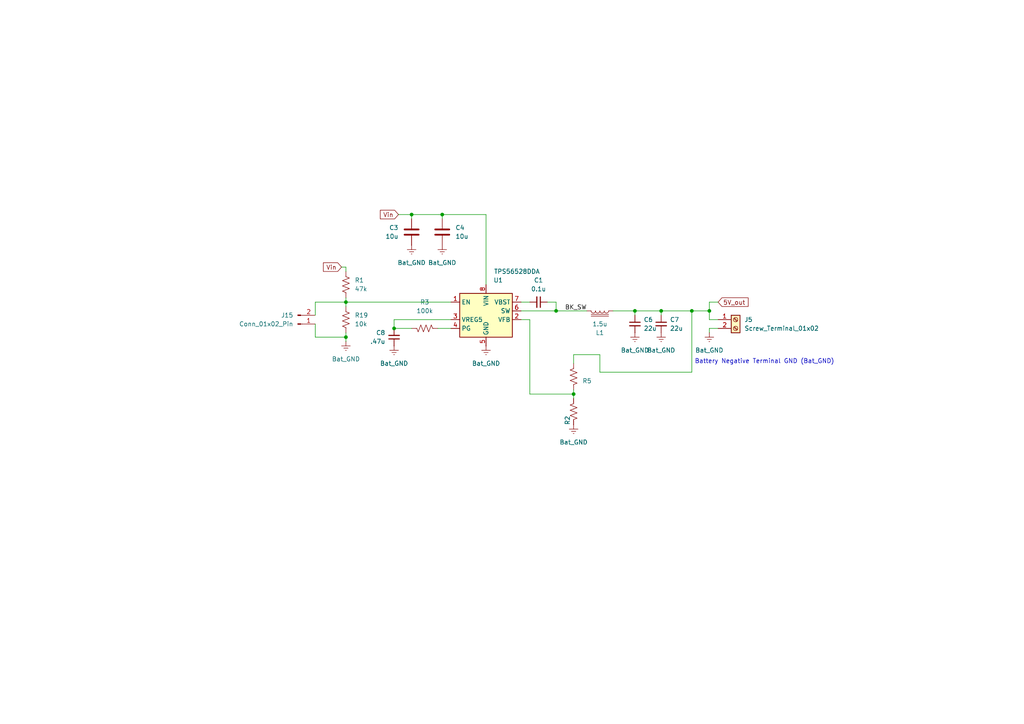
<source format=kicad_sch>
(kicad_sch (version 20250114) (generator "eeschema") (generator_version "9.0")
  (paper "A4")
  (lib_symbols
    (symbol "C_1" (pin_numbers (hide yes)) (pin_names (offset 0.254))
      (property "Reference" "C" (at 0.635 2.54 0))
      (property "Value" "C" (at 0.635 -2.54 0))
      (symbol "C_1_0_1"
        (polyline (pts (xy -2.032 0.762) (xy 2.032 0.762)) (stroke (width 0.508)))
        (polyline (pts (xy -2.032 -0.762) (xy 2.032 -0.762)) (stroke (width 0.508)))
      )
      (symbol "C_1_1_1"
        (pin passive line (at 0 3.81 270) (length 2.794) (name "~") (number "1"))
        (pin passive line (at 0 -3.81 90) (length 2.794) (name "~") (number "2"))
      )
    )
    (symbol "Connector:Conn_01x02_Pin" (pin_names (offset 1.016) (hide yes))
      (property "Reference" "J" (at 0 2.54 0))
      (property "Value" "Conn_01x02_Pin" (at 0 -5.08 0))
      (symbol "Conn_01x02_Pin_1_1"
        (rectangle (start 0.8636 0.127) (end 0 -0.127) (stroke (width 0.1524)) (fill (type outline)))
        (rectangle (start 0.8636 -2.413) (end 0 -2.667) (stroke (width 0.1524)) (fill (type outline)))
        (polyline (pts (xy 1.27 0) (xy 0.8636 0)) (stroke (width 0.1524)))
        (polyline (pts (xy 1.27 -2.54) (xy 0.8636 -2.54)) (stroke (width 0.1524)))
        (pin passive line (at 5.08 0 180) (length 3.81) (name "Pin_1") (number "1"))
        (pin passive line (at 5.08 -2.54 180) (length 3.81) (name "Pin_2") (number "2"))
      )
    )
    (symbol "Connector:Screw_Terminal_01x02" (pin_names (offset 1.016) (hide yes))
      (property "Reference" "J" (at 0 2.54 0))
      (property "Value" "Screw_Terminal_01x02" (at 0 -5.08 0))
      (symbol "Screw_Terminal_01x02_1_1"
        (rectangle (start -1.27 1.27) (end 1.27 -3.81) (stroke (width 0.254)) (fill (type background)))
        (polyline (pts (xy -0.5334 0.3302) (xy 0.3302 -0.508)) (stroke (width 0.1524)))
        (polyline (pts (xy -0.5334 -2.2098) (xy 0.3302 -3.048)) (stroke (width 0.1524)))
        (polyline (pts (xy -0.3556 0.508) (xy 0.508 -0.3302)) (stroke (width 0.1524)))
        (polyline (pts (xy -0.3556 -2.032) (xy 0.508 -2.8702)) (stroke (width 0.1524)))
        (circle (center 0 0) (radius 0.635) (stroke (width 0.1524)))
        (circle (center 0 -2.54) (radius 0.635) (stroke (width 0.1524)))
        (pin passive line (at -5.08 0 0) (length 3.81) (name "Pin_1") (number "1"))
        (pin passive line (at -5.08 -2.54 0) (length 3.81) (name "Pin_2") (number "2"))
      )
    )
    (symbol "Device:C" (pin_numbers (hide yes)) (pin_names (offset 0.254))
      (property "Reference" "C" (at 0.635 2.54 0))
      (property "Value" "C" (at 0.635 -2.54 0))
      (symbol "C_0_1"
        (polyline (pts (xy -2.032 0.762) (xy 2.032 0.762)) (stroke (width 0.508)))
        (polyline (pts (xy -2.032 -0.762) (xy 2.032 -0.762)) (stroke (width 0.508)))
      )
      (symbol "C_1_1"
        (pin passive line (at 0 3.81 270) (length 2.794) (name "~") (number "1"))
        (pin passive line (at 0 -3.81 90) (length 2.794) (name "~") (number "2"))
      )
    )
    (symbol "Device:C_Small" (pin_numbers (hide yes)) (pin_names (offset 0.254) (hide yes))
      (property "Reference" "C" (at 0.254 1.778 0))
      (property "Value" "C_Small" (at 0.254 -2.032 0))
      (symbol "C_Small_0_1"
        (polyline (pts (xy -1.524 0.508) (xy 1.524 0.508)) (stroke (width 0.3048)))
        (polyline (pts (xy -1.524 -0.508) (xy 1.524 -0.508)) (stroke (width 0.3302)))
      )
      (symbol "C_Small_1_1"
        (pin passive line (at 0 2.54 270) (length 2.032) (name "~") (number "1"))
        (pin passive line (at 0 -2.54 90) (length 2.032) (name "~") (number "2"))
      )
    )
    (symbol "Device:L_Iron" (pin_numbers (hide yes)) (pin_names (offset 1.016) (hide yes))
      (property "Reference" "L" (at -1.27 0 90))
      (property "Value" "L_Iron" (at 2.794 0 90))
      (symbol "L_Iron_0_1"
        (arc (start 0 2.54) (mid 0.6323 1.905) (end 0 1.27))
        (arc (start 0 1.27) (mid 0.6323 0.635) (end 0 0))
        (arc (start 0 0) (mid 0.6323 -0.635) (end 0 -1.27))
        (arc (start 0 -1.27) (mid 0.6323 -1.905) (end 0 -2.54))
        (polyline (pts (xy 1.016 2.54) (xy 1.016 -2.54)))
        (polyline (pts (xy 1.524 -2.54) (xy 1.524 2.54)))
      )
      (symbol "L_Iron_1_1"
        (pin passive line (at 0 3.81 270) (length 1.27) (name "1") (number "1"))
        (pin passive line (at 0 -3.81 90) (length 1.27) (name "2") (number "2"))
      )
    )
    (symbol "Device:R_US" (pin_numbers (hide yes)) (pin_names (offset 0))
      (property "Reference" "R" (at 2.54 0 90))
      (property "Value" "R_US" (at -2.54 0 90))
      (symbol "R_US_0_1"
        (polyline (pts (xy 0 2.286) (xy 0 2.54)))
        (polyline (pts (xy 0 2.286) (xy 1.016 1.905) (xy 0 1.524) (xy -1.016 1.143) (xy 0 0.762)))
        (polyline (pts (xy 0 0.762) (xy 1.016 0.381) (xy 0 0) (xy -1.016 -0.381) (xy 0 -0.762)))
        (polyline (pts (xy 0 -0.762) (xy 1.016 -1.143) (xy 0 -1.524) (xy -1.016 -1.905) (xy 0 -2.286)))
        (polyline (pts (xy 0 -2.286) (xy 0 -2.54)))
      )
      (symbol "R_US_1_1"
        (pin passive line (at 0 3.81 270) (length 1.27) (name "~") (number "1"))
        (pin passive line (at 0 -3.81 90) (length 1.27) (name "~") (number "2"))
      )
    )
    (symbol "Regulator_Switching:TPS56528DDA"
      (property "Reference" "U" (at -7.62 6.35 0))
      (property "Value" "TPS56528DDA" (at 2.54 6.35 0))
      (symbol "TPS56528DDA_0_1"
        (rectangle (start -7.62 5.08) (end 7.62 -7.62) (stroke (width 0.254)) (fill (type background)))
      )
      (symbol "TPS56528DDA_1_0"
        (pin output line (at -10.16 -2.54 0) (length 2.54) (name "VREG5") (number "3"))
        (pin open_collector line (at -10.16 -5.08 0) (length 2.54) (name "PG") (number "4"))
        (pin passive line (at 0 -10.16 90) (length 2.54) (hide yes) (name "GND") (number "9"))
      )
      (symbol "TPS56528DDA_1_1"
        (pin input line (at -10.16 2.54 0) (length 2.54) (name "EN") (number "1"))
        (pin power_in line (at 0 7.62 270) (length 2.54) (name "VIN") (number "8"))
        (pin power_in line (at 0 -10.16 90) (length 2.54) (name "GND") (number "5"))
        (pin passive line (at 10.16 2.54 180) (length 2.54) (name "VBST") (number "7"))
        (pin output line (at 10.16 0 180) (length 2.54) (name "SW") (number "6"))
        (pin input line (at 10.16 -2.54 180) (length 2.54) (name "VFB") (number "2"))
      )
    )
    (symbol "power:GNDREF" (power) (pin_numbers (hide yes)) (pin_names (offset 0) (hide yes))
      (property "Value" "GNDREF" (at 0 -3.81 0))
      (symbol "GNDREF_0_1"
        (polyline (pts (xy -0.635 -1.905) (xy 0.635 -1.905)))
        (polyline (pts (xy -0.127 -2.54) (xy 0.127 -2.54)))
        (polyline (pts (xy 0 -1.27) (xy 0 0)))
        (polyline (pts (xy 1.27 -1.27) (xy -1.27 -1.27)))
      )
      (symbol "GNDREF_1_1"
        (pin power_in line (at 0 0 270) (length 0) (name "~") (number "1"))
      )
    )
  )
  (text "Battery Negative Terminal GND (Bat_GND)" (at 221.742 104.902 0) (effects (font (size 1.27 1.27))))
  (junction (at 119.38 62.23))
  (junction (at 100.33 87.63))
  (junction (at 200.66 90.17))
  (junction (at 161.29 90.17))
  (junction (at 184.15 90.17))
  (junction (at 114.3 95.25))
  (junction (at 191.77 90.17))
  (junction (at 166.37 114.3))
  (junction (at 128.27 62.23))
  (junction (at 100.33 97.79))
  (junction (at 205.74 90.17))
  (wire (pts (xy 166.37 102.87) (xy 166.37 105.41)))
  (wire (pts (xy 140.97 82.55) (xy 140.97 62.23)))
  (wire (pts (xy 184.15 90.17) (xy 184.15 91.44)))
  (wire (pts (xy 114.3 92.71) (xy 114.3 95.25)))
  (wire (pts (xy 205.74 95.25) (xy 205.74 96.52)))
  (wire (pts (xy 177.8 90.17) (xy 184.15 90.17)))
  (wire (pts (xy 161.29 87.63) (xy 161.29 90.17)))
  (wire (pts (xy 100.33 87.63) (xy 100.33 88.9)))
  (wire (pts (xy 128.27 62.23) (xy 128.27 63.5)))
  (wire (pts (xy 100.33 86.36) (xy 100.33 87.63)))
  (wire (pts (xy 184.15 90.17) (xy 191.77 90.17)))
  (wire (pts (xy 91.44 97.79) (xy 91.44 93.98)))
  (wire (pts (xy 191.77 90.17) (xy 200.66 90.17)))
  (wire (pts (xy 200.66 90.17) (xy 205.74 90.17)))
  (wire (pts (xy 100.33 97.79) (xy 100.33 96.52)))
  (wire (pts (xy 158.75 87.63) (xy 161.29 87.63)))
  (wire (pts (xy 200.66 90.17) (xy 200.66 107.95)))
  (wire (pts (xy 99.06 77.47) (xy 100.33 77.47)))
  (wire (pts (xy 166.37 114.3) (xy 153.67 114.3)))
  (wire (pts (xy 114.3 95.25) (xy 119.38 95.25)))
  (wire (pts (xy 161.29 90.17) (xy 170.18 90.17)))
  (wire (pts (xy 200.66 107.95) (xy 173.99 107.95)))
  (wire (pts (xy 173.99 102.87) (xy 166.37 102.87)))
  (wire (pts (xy 100.33 77.47) (xy 100.33 78.74)))
  (wire (pts (xy 100.33 87.63) (xy 130.81 87.63)))
  (wire (pts (xy 205.74 87.63) (xy 208.28 87.63)))
  (wire (pts (xy 130.81 92.71) (xy 114.3 92.71)))
  (wire (pts (xy 205.74 90.17) (xy 205.74 87.63)))
  (wire (pts (xy 100.33 87.63) (xy 91.44 87.63)))
  (wire (pts (xy 173.99 107.95) (xy 173.99 102.87)))
  (wire (pts (xy 91.44 97.79) (xy 100.33 97.79)))
  (wire (pts (xy 115.57 62.23) (xy 119.38 62.23)))
  (wire (pts (xy 153.67 114.3) (xy 153.67 92.71)))
  (wire (pts (xy 119.38 62.23) (xy 119.38 63.5)))
  (wire (pts (xy 151.13 87.63) (xy 153.67 87.63)))
  (wire (pts (xy 91.44 91.44) (xy 91.44 87.63)))
  (wire (pts (xy 208.28 95.25) (xy 205.74 95.25)))
  (wire (pts (xy 127 95.25) (xy 130.81 95.25)))
  (wire (pts (xy 153.67 92.71) (xy 151.13 92.71)))
  (wire (pts (xy 205.74 90.17) (xy 205.74 92.71)))
  (wire (pts (xy 119.38 62.23) (xy 128.27 62.23)))
  (wire (pts (xy 191.77 90.17) (xy 191.77 91.44)))
  (wire (pts (xy 128.27 62.23) (xy 140.97 62.23)))
  (wire (pts (xy 100.33 97.79) (xy 100.33 99.06)))
  (wire (pts (xy 205.74 92.71) (xy 208.28 92.71)))
  (wire (pts (xy 166.37 113.03) (xy 166.37 114.3)))
  (wire (pts (xy 151.13 90.17) (xy 161.29 90.17)))
  (wire (pts (xy 166.37 114.3) (xy 166.37 115.57)))
  (label "BK_SW" (at 163.83 90.17 0))
  (global_label "5V_out" (shape input) (at 208.28 87.63 0) (property "Intersheetrefs" "${INTERSHEET_REFS}" (effects (hide yes))))
  (global_label "Vin" (shape input) (at 115.57 62.23 180) (property "Intersheetrefs" "${INTERSHEET_REFS}" (effects (hide yes))))
  (global_label "Vin" (shape input) (at 99.06 77.47 180) (property "Intersheetrefs" "${INTERSHEET_REFS}" (effects (hide yes))))
  (symbol (lib_id "Device:C_Small") (at 156.21 87.63 270) (mirror x) (unit 1)
    (property "Reference" "C1" (at 156.2036 81.28 90))
    (property "Value" "0.1u" (at 156.2036 83.82 90))
    (property "Footprint" "Capacitor_SMD:C_0805_2012Metric_Pad1.18x1.45mm_HandSolder" (effects (hide yes)))
    (property "Description" "Unpolarized capacitor, small symbol" (effects (hide yes)))
  )
  (symbol (lib_id "Device:C") (at 119.38 67.31 0) (mirror y) (unit 1)
    (property "Reference" "C3" (at 115.57 66.0399 0) (effects (justify left)))
    (property "Value" "10u" (at 115.57 68.5799 0) (effects (justify left)))
    (property "Footprint" "Capacitor_SMD:C_0805_2012Metric_Pad1.18x1.45mm_HandSolder" (effects (hide yes)))
    (property "Description" "Unpolarized capacitor" (effects (hide yes)))
  )
  (symbol (lib_id "power:GNDREF") (at 205.74 96.52 0) (mirror y) (unit 1)
    (property "Reference" "#PWR02" (effects (hide yes)))
    (property "Value" "Bat_GND" (at 205.74 101.6 0))
    (property "Description" "Power symbol creates a global label with name \"GNDREF\" , reference supply ground" (effects (hide yes)))
  )
  (symbol (lib_id "Device:R_US") (at 166.37 109.22 0) (mirror y) (unit 1)
    (property "Reference" "R5" (at 168.91 110.4901 0) (effects (justify right)))
    (property "Value" "49.9k" (effects (hide yes)))
    (property "Footprint" "Resistor_SMD:R_0805_2012Metric_Pad1.20x1.40mm_HandSolder" (effects (hide yes)))
    (property "Description" "Resistor, US symbol" (effects (hide yes)))
  )
  (symbol (lib_id "Regulator_Switching:TPS56528DDA") (at 140.97 90.17 0) (unit 1)
    (property "Reference" "U1" (at 143.1133 81.28 0) (effects (justify left)))
    (property "Value" "TPS56528DDA" (at 143.256 78.74 0) (effects (justify left)))
    (property "Footprint" "Package_SO:Texas_HSOP-8-1EP_3.9x4.9mm_P1.27mm_ThermalVias" (effects (hide yes)))
    (property "Datasheet" "https://www.ti.com/lit/ds/symlink/tps56528.pdf" (effects (hide yes)))
    (property "Description" "5A Synchronous Step-Down Voltage Regulator, Adjustable Output Voltage 0.6-7V, 4.5-18V Input Voltage, SO-8EP" (effects (hide yes)))
  )
  (symbol (lib_id "Connector:Screw_Terminal_01x02") (at 213.36 92.71 0) (unit 1)
    (property "Reference" "J5" (at 215.9 92.7099 0) (effects (justify left)))
    (property "Value" "Screw_Terminal_01x02" (at 215.9 95.2499 0) (effects (justify left)))
    (property "Footprint" "Connector_PinHeader_2.00mm:2_Pin_Screw_Term" (effects (hide yes)))
    (property "Description" "Generic screw terminal, single row, 01x02, script generated (kicad-library-utils/schlib/autogen/connector/)" (effects (hide yes)))
  )
  (symbol (lib_id "Device:C_Small") (at 191.77 93.98 0) (mirror y) (unit 1)
    (property "Reference" "C7" (at 194.31 92.7162 0) (effects (justify right)))
    (property "Value" "22u" (at 194.31 95.2562 0) (effects (justify right)))
    (property "Footprint" "Capacitor_SMD:C_0805_2012Metric_Pad1.18x1.45mm_HandSolder" (effects (hide yes)))
    (property "Description" "Unpolarized capacitor, small symbol" (effects (hide yes)))
  )
  (symbol (lib_name "C_1") (lib_id "Device:C") (at 128.27 67.31 0) (mirror y) (unit 1)
    (property "Reference" "C4" (at 132.08 66.0399 0) (effects (justify right)))
    (property "Value" "10u" (at 132.08 68.5799 0) (effects (justify right)))
    (property "Footprint" "Capacitor_SMD:C_0805_2012Metric_Pad1.18x1.45mm_HandSolder" (effects (hide yes)))
    (property "Description" "Unpolarized capacitor" (effects (hide yes)))
  )
  (symbol (lib_id "power:GNDREF") (at 114.3 100.33 0) (mirror y) (unit 1)
    (property "Reference" "#PWR027" (effects (hide yes)))
    (property "Value" "Bat_GND" (at 114.3 105.41 0))
    (property "Description" "Power symbol creates a global label with name \"GNDREF\" , reference supply ground" (effects (hide yes)))
  )
  (symbol (lib_id "Device:L_Iron") (at 173.99 90.17 90) (mirror x) (unit 1)
    (property "Reference" "L1" (at 173.99 96.52 90))
    (property "Value" "1.5u" (at 173.99 93.98 90))
    (property "Footprint" "Inductor_SMD:SPM6530T-1R5M100" (effects (hide yes)))
    (property "Description" "Inductor with iron core" (effects (hide yes)))
  )
  (symbol (lib_id "power:GNDREF") (at 100.33 99.06 0) (unit 1)
    (property "Reference" "#PWR019" (effects (hide yes)))
    (property "Value" "Bat_GND" (at 100.33 104.14 0))
    (property "Description" "Power symbol creates a global label with name \"GNDREF\" , reference supply ground" (effects (hide yes)))
  )
  (symbol (lib_id "Device:C_Small") (at 114.3 97.79 0) (mirror x) (unit 1)
    (property "Reference" "C8" (at 111.76 96.5135 0) (effects (justify right)))
    (property "Value" ".47u" (at 111.76 99.0535 0) (effects (justify right)))
    (property "Footprint" "Capacitor_SMD:C_0805_2012Metric_Pad1.18x1.45mm_HandSolder" (effects (hide yes)))
    (property "Description" "Unpolarized capacitor, small symbol" (effects (hide yes)))
  )
  (symbol (lib_id "Connector:Conn_01x02_Pin") (at 86.36 93.98 0) (mirror x) (unit 1)
    (property "Reference" "J15" (at 85.09 91.4399 0) (effects (justify right)))
    (property "Value" "Conn_01x02_Pin" (at 85.09 93.9799 0) (effects (justify right)))
    (property "Footprint" "Connector_PinSocket_2.54mm:PinSocket_1x02_P2.54mm_Vertical" (effects (hide yes)))
    (property "Description" "Generic connector, single row, 01x02, script generated" (effects (hide yes)))
  )
  (symbol (lib_id "Device:R_US") (at 100.33 82.55 180) (unit 1)
    (property "Reference" "R1" (at 102.87 81.2799 0) (effects (justify right)))
    (property "Value" "47k" (at 102.87 83.8199 0) (effects (justify right)))
    (property "Footprint" "Resistor_SMD:R_0805_2012Metric_Pad1.20x1.40mm_HandSolder" (effects (hide yes)))
    (property "Description" "Resistor, US symbol" (effects (hide yes)))
  )
  (symbol (lib_id "power:GNDREF") (at 128.27 71.12 0) (mirror y) (unit 1)
    (property "Reference" "#PWR024" (effects (hide yes)))
    (property "Value" "Bat_GND" (at 128.27 76.2 0))
    (property "Description" "Power symbol creates a global label with name \"GNDREF\" , reference supply ground" (effects (hide yes)))
  )
  (symbol (lib_id "Device:C_Small") (at 184.15 93.98 0) (mirror y) (unit 1)
    (property "Reference" "C6" (at 186.69 92.7162 0) (effects (justify right)))
    (property "Value" "22u" (at 186.69 95.2562 0) (effects (justify right)))
    (property "Footprint" "Capacitor_SMD:C_0805_2012Metric_Pad1.18x1.45mm_HandSolder" (effects (hide yes)))
    (property "Description" "Unpolarized capacitor, small symbol" (effects (hide yes)))
  )
  (symbol (lib_id "power:GNDREF") (at 191.77 96.52 0) (mirror y) (unit 1)
    (property "Reference" "#PWR021" (effects (hide yes)))
    (property "Value" "Bat_GND" (at 191.77 101.6 0))
    (property "Description" "Power symbol creates a global label with name \"GNDREF\" , reference supply ground" (effects (hide yes)))
  )
  (symbol (lib_id "Device:R_US") (at 100.33 92.71 0) (unit 1)
    (property "Reference" "R19" (at 102.87 91.4399 0) (effects (justify left)))
    (property "Value" "10k" (at 102.87 93.9799 0) (effects (justify left)))
    (property "Footprint" "Resistor_SMD:R_0805_2012Metric_Pad1.20x1.40mm_HandSolder" (effects (hide yes)))
    (property "Description" "Resistor, US symbol" (effects (hide yes)))
  )
  (symbol (lib_id "power:GNDREF") (at 184.15 96.52 0) (mirror y) (unit 1)
    (property "Reference" "#PWR022" (effects (hide yes)))
    (property "Value" "Bat_GND" (at 184.15 101.6 0))
    (property "Description" "Power symbol creates a global label with name \"GNDREF\" , reference supply ground" (effects (hide yes)))
  )
  (symbol (lib_id "power:GNDREF") (at 166.37 123.19 0) (mirror y) (unit 1)
    (property "Reference" "#PWR026" (effects (hide yes)))
    (property "Value" "Bat_GND" (at 166.37 128.27 0))
    (property "Description" "Power symbol creates a global label with name \"GNDREF\" , reference supply ground" (effects (hide yes)))
  )
  (symbol (lib_id "Device:R_US") (at 123.19 95.25 90) (mirror x) (unit 1)
    (property "Reference" "R3" (at 123.19 87.63 90))
    (property "Value" "100k" (at 123.19 90.17 90))
    (property "Footprint" "Resistor_SMD:R_0805_2012Metric_Pad1.20x1.40mm_HandSolder" (effects (hide yes)))
    (property "Description" "Resistor, US symbol" (effects (hide yes)))
  )
  (symbol (lib_id "power:GNDREF") (at 119.38 71.12 0) (mirror y) (unit 1)
    (property "Reference" "#PWR025" (effects (hide yes)))
    (property "Value" "Bat_GND" (at 119.38 76.2 0))
    (property "Description" "Power symbol creates a global label with name \"GNDREF\" , reference supply ground" (effects (hide yes)))
  )
  (symbol (lib_id "Device:R_US") (at 166.37 119.38 0) (mirror x) (unit 1)
    (property "Reference" "R2" (at 164.592 121.92 90))
    (property "Value" "365k" (effects (hide yes)))
    (property "Footprint" "Resistor_SMD:R_0805_2012Metric_Pad1.20x1.40mm_HandSolder" (effects (hide yes)))
    (property "Description" "Resistor, US symbol" (effects (hide yes)))
  )
  (symbol (lib_id "power:GNDREF") (at 140.97 100.33 0) (mirror y) (unit 1)
    (property "Reference" "#PWR023" (effects (hide yes)))
    (property "Value" "Bat_GND" (at 140.97 105.41 0))
    (property "Description" "Power symbol creates a global label with name \"GNDREF\" , reference supply ground" (effects (hide yes)))
  )
)
</source>
